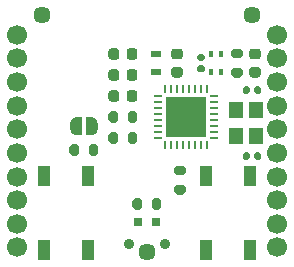
<source format=gbr>
%TF.GenerationSoftware,KiCad,Pcbnew,(5.1.7)-1*%
%TF.CreationDate,2020-10-27T00:37:30-04:00*%
%TF.ProjectId,esp8285bee,65737038-3238-4356-9265-652e6b696361,rev?*%
%TF.SameCoordinates,Original*%
%TF.FileFunction,Soldermask,Top*%
%TF.FilePolarity,Negative*%
%FSLAX46Y46*%
G04 Gerber Fmt 4.6, Leading zero omitted, Abs format (unit mm)*
G04 Created by KiCad (PCBNEW (5.1.7)-1) date 2020-10-27 00:37:30*
%MOMM*%
%LPD*%
G01*
G04 APERTURE LIST*
%ADD10R,0.800000X0.800000*%
%ADD11C,0.100000*%
%ADD12R,0.900000X0.500000*%
%ADD13R,0.400000X0.600000*%
%ADD14C,1.700000*%
%ADD15R,1.000000X1.700000*%
%ADD16C,0.900000*%
%ADD17R,0.250000X0.700000*%
%ADD18R,0.700000X0.250000*%
%ADD19R,1.725000X1.725000*%
%ADD20R,1.200000X1.400000*%
%ADD21C,1.448000*%
G04 APERTURE END LIST*
%TO.C,C1*%
G36*
G01*
X110994000Y-70821000D02*
X110494000Y-70821000D01*
G75*
G02*
X110269000Y-70596000I0J225000D01*
G01*
X110269000Y-70146000D01*
G75*
G02*
X110494000Y-69921000I225000J0D01*
G01*
X110994000Y-69921000D01*
G75*
G02*
X111219000Y-70146000I0J-225000D01*
G01*
X111219000Y-70596000D01*
G75*
G02*
X110994000Y-70821000I-225000J0D01*
G01*
G37*
G36*
G01*
X110994000Y-69271000D02*
X110494000Y-69271000D01*
G75*
G02*
X110269000Y-69046000I0J225000D01*
G01*
X110269000Y-68596000D01*
G75*
G02*
X110494000Y-68371000I225000J0D01*
G01*
X110994000Y-68371000D01*
G75*
G02*
X111219000Y-68596000I0J-225000D01*
G01*
X111219000Y-69046000D01*
G75*
G02*
X110994000Y-69271000I-225000J0D01*
G01*
G37*
%TD*%
%TO.C,C2*%
G36*
G01*
X99243000Y-72140000D02*
X99243000Y-72640000D01*
G75*
G02*
X99018000Y-72865000I-225000J0D01*
G01*
X98568000Y-72865000D01*
G75*
G02*
X98343000Y-72640000I0J225000D01*
G01*
X98343000Y-72140000D01*
G75*
G02*
X98568000Y-71915000I225000J0D01*
G01*
X99018000Y-71915000D01*
G75*
G02*
X99243000Y-72140000I0J-225000D01*
G01*
G37*
G36*
G01*
X100793000Y-72140000D02*
X100793000Y-72640000D01*
G75*
G02*
X100568000Y-72865000I-225000J0D01*
G01*
X100118000Y-72865000D01*
G75*
G02*
X99893000Y-72640000I0J225000D01*
G01*
X99893000Y-72140000D01*
G75*
G02*
X100118000Y-71915000I225000J0D01*
G01*
X100568000Y-71915000D01*
G75*
G02*
X100793000Y-72140000I0J-225000D01*
G01*
G37*
%TD*%
%TO.C,C3*%
G36*
G01*
X99243000Y-68584000D02*
X99243000Y-69084000D01*
G75*
G02*
X99018000Y-69309000I-225000J0D01*
G01*
X98568000Y-69309000D01*
G75*
G02*
X98343000Y-69084000I0J225000D01*
G01*
X98343000Y-68584000D01*
G75*
G02*
X98568000Y-68359000I225000J0D01*
G01*
X99018000Y-68359000D01*
G75*
G02*
X99243000Y-68584000I0J-225000D01*
G01*
G37*
G36*
G01*
X100793000Y-68584000D02*
X100793000Y-69084000D01*
G75*
G02*
X100568000Y-69309000I-225000J0D01*
G01*
X100118000Y-69309000D01*
G75*
G02*
X99893000Y-69084000I0J225000D01*
G01*
X99893000Y-68584000D01*
G75*
G02*
X100118000Y-68359000I225000J0D01*
G01*
X100568000Y-68359000D01*
G75*
G02*
X100793000Y-68584000I0J-225000D01*
G01*
G37*
%TD*%
%TO.C,C4*%
G36*
G01*
X100793000Y-70362000D02*
X100793000Y-70862000D01*
G75*
G02*
X100568000Y-71087000I-225000J0D01*
G01*
X100118000Y-71087000D01*
G75*
G02*
X99893000Y-70862000I0J225000D01*
G01*
X99893000Y-70362000D01*
G75*
G02*
X100118000Y-70137000I225000J0D01*
G01*
X100568000Y-70137000D01*
G75*
G02*
X100793000Y-70362000I0J-225000D01*
G01*
G37*
G36*
G01*
X99243000Y-70362000D02*
X99243000Y-70862000D01*
G75*
G02*
X99018000Y-71087000I-225000J0D01*
G01*
X98568000Y-71087000D01*
G75*
G02*
X98343000Y-70862000I0J225000D01*
G01*
X98343000Y-70362000D01*
G75*
G02*
X98568000Y-70137000I225000J0D01*
G01*
X99018000Y-70137000D01*
G75*
G02*
X99243000Y-70362000I0J-225000D01*
G01*
G37*
%TD*%
%TO.C,C5*%
G36*
G01*
X104390000Y-70821000D02*
X103890000Y-70821000D01*
G75*
G02*
X103665000Y-70596000I0J225000D01*
G01*
X103665000Y-70146000D01*
G75*
G02*
X103890000Y-69921000I225000J0D01*
G01*
X104390000Y-69921000D01*
G75*
G02*
X104615000Y-70146000I0J-225000D01*
G01*
X104615000Y-70596000D01*
G75*
G02*
X104390000Y-70821000I-225000J0D01*
G01*
G37*
G36*
G01*
X104390000Y-69271000D02*
X103890000Y-69271000D01*
G75*
G02*
X103665000Y-69046000I0J225000D01*
G01*
X103665000Y-68596000D01*
G75*
G02*
X103890000Y-68371000I225000J0D01*
G01*
X104390000Y-68371000D01*
G75*
G02*
X104615000Y-68596000I0J-225000D01*
G01*
X104615000Y-69046000D01*
G75*
G02*
X104390000Y-69271000I-225000J0D01*
G01*
G37*
%TD*%
%TO.C,C8*%
G36*
G01*
X106342000Y-70356000D02*
X106002000Y-70356000D01*
G75*
G02*
X105862000Y-70216000I0J140000D01*
G01*
X105862000Y-69936000D01*
G75*
G02*
X106002000Y-69796000I140000J0D01*
G01*
X106342000Y-69796000D01*
G75*
G02*
X106482000Y-69936000I0J-140000D01*
G01*
X106482000Y-70216000D01*
G75*
G02*
X106342000Y-70356000I-140000J0D01*
G01*
G37*
G36*
G01*
X106342000Y-69396000D02*
X106002000Y-69396000D01*
G75*
G02*
X105862000Y-69256000I0J140000D01*
G01*
X105862000Y-68976000D01*
G75*
G02*
X106002000Y-68836000I140000J0D01*
G01*
X106342000Y-68836000D01*
G75*
G02*
X106482000Y-68976000I0J-140000D01*
G01*
X106482000Y-69256000D01*
G75*
G02*
X106342000Y-69396000I-140000J0D01*
G01*
G37*
%TD*%
D10*
%TO.C,D1*%
X102400000Y-83058000D03*
X100800000Y-83058000D03*
%TD*%
D11*
%TO.C,JP3*%
G36*
X96916000Y-74180602D02*
G01*
X96940534Y-74180602D01*
X96989365Y-74185412D01*
X97037490Y-74194984D01*
X97084445Y-74209228D01*
X97129778Y-74228005D01*
X97173051Y-74251136D01*
X97213850Y-74278396D01*
X97251779Y-74309524D01*
X97286476Y-74344221D01*
X97317604Y-74382150D01*
X97344864Y-74422949D01*
X97367995Y-74466222D01*
X97386772Y-74511555D01*
X97401016Y-74558510D01*
X97410588Y-74606635D01*
X97415398Y-74655466D01*
X97415398Y-74680000D01*
X97416000Y-74680000D01*
X97416000Y-75180000D01*
X97415398Y-75180000D01*
X97415398Y-75204534D01*
X97410588Y-75253365D01*
X97401016Y-75301490D01*
X97386772Y-75348445D01*
X97367995Y-75393778D01*
X97344864Y-75437051D01*
X97317604Y-75477850D01*
X97286476Y-75515779D01*
X97251779Y-75550476D01*
X97213850Y-75581604D01*
X97173051Y-75608864D01*
X97129778Y-75631995D01*
X97084445Y-75650772D01*
X97037490Y-75665016D01*
X96989365Y-75674588D01*
X96940534Y-75679398D01*
X96916000Y-75679398D01*
X96916000Y-75680000D01*
X96416000Y-75680000D01*
X96416000Y-74180000D01*
X96916000Y-74180000D01*
X96916000Y-74180602D01*
G37*
G36*
X96116000Y-75680000D02*
G01*
X95616000Y-75680000D01*
X95616000Y-75679398D01*
X95591466Y-75679398D01*
X95542635Y-75674588D01*
X95494510Y-75665016D01*
X95447555Y-75650772D01*
X95402222Y-75631995D01*
X95358949Y-75608864D01*
X95318150Y-75581604D01*
X95280221Y-75550476D01*
X95245524Y-75515779D01*
X95214396Y-75477850D01*
X95187136Y-75437051D01*
X95164005Y-75393778D01*
X95145228Y-75348445D01*
X95130984Y-75301490D01*
X95121412Y-75253365D01*
X95116602Y-75204534D01*
X95116602Y-75180000D01*
X95116000Y-75180000D01*
X95116000Y-74680000D01*
X95116602Y-74680000D01*
X95116602Y-74655466D01*
X95121412Y-74606635D01*
X95130984Y-74558510D01*
X95145228Y-74511555D01*
X95164005Y-74466222D01*
X95187136Y-74422949D01*
X95214396Y-74382150D01*
X95245524Y-74344221D01*
X95280221Y-74309524D01*
X95318150Y-74278396D01*
X95358949Y-74251136D01*
X95402222Y-74228005D01*
X95447555Y-74209228D01*
X95494510Y-74194984D01*
X95542635Y-74185412D01*
X95591466Y-74180602D01*
X95616000Y-74180602D01*
X95616000Y-74180000D01*
X96116000Y-74180000D01*
X96116000Y-75680000D01*
G37*
%TD*%
D12*
%TO.C,L1*%
X102362000Y-70346000D03*
X102362000Y-68846000D03*
%TD*%
D13*
%TO.C,L2*%
X107892000Y-70358000D03*
X106992000Y-70358000D03*
%TD*%
%TO.C,L3*%
X106992000Y-68834000D03*
X107892000Y-68834000D03*
%TD*%
D14*
%TO.C,MOD1*%
X90600000Y-67200000D03*
X90600000Y-69200000D03*
X90600000Y-71200000D03*
X90600000Y-73200000D03*
X90600000Y-75200000D03*
X90600000Y-77200000D03*
X90600000Y-79200000D03*
X90600000Y-81200000D03*
X90600000Y-83200000D03*
X90600000Y-85200000D03*
X112600000Y-85200000D03*
X112600000Y-83200000D03*
X112600000Y-81200000D03*
X112600000Y-79200000D03*
X112600000Y-77200000D03*
X112600000Y-75200000D03*
X112600000Y-73200000D03*
X112600000Y-71200000D03*
X112600000Y-69200000D03*
X112600000Y-67200000D03*
%TD*%
%TO.C,R1*%
G36*
G01*
X95841000Y-76687000D02*
X95841000Y-77237000D01*
G75*
G02*
X95641000Y-77437000I-200000J0D01*
G01*
X95241000Y-77437000D01*
G75*
G02*
X95041000Y-77237000I0J200000D01*
G01*
X95041000Y-76687000D01*
G75*
G02*
X95241000Y-76487000I200000J0D01*
G01*
X95641000Y-76487000D01*
G75*
G02*
X95841000Y-76687000I0J-200000D01*
G01*
G37*
G36*
G01*
X97491000Y-76687000D02*
X97491000Y-77237000D01*
G75*
G02*
X97291000Y-77437000I-200000J0D01*
G01*
X96891000Y-77437000D01*
G75*
G02*
X96691000Y-77237000I0J200000D01*
G01*
X96691000Y-76687000D01*
G75*
G02*
X96891000Y-76487000I200000J0D01*
G01*
X97291000Y-76487000D01*
G75*
G02*
X97491000Y-76687000I0J-200000D01*
G01*
G37*
%TD*%
%TO.C,R2*%
G36*
G01*
X109495000Y-70821000D02*
X108945000Y-70821000D01*
G75*
G02*
X108745000Y-70621000I0J200000D01*
G01*
X108745000Y-70221000D01*
G75*
G02*
X108945000Y-70021000I200000J0D01*
G01*
X109495000Y-70021000D01*
G75*
G02*
X109695000Y-70221000I0J-200000D01*
G01*
X109695000Y-70621000D01*
G75*
G02*
X109495000Y-70821000I-200000J0D01*
G01*
G37*
G36*
G01*
X109495000Y-69171000D02*
X108945000Y-69171000D01*
G75*
G02*
X108745000Y-68971000I0J200000D01*
G01*
X108745000Y-68571000D01*
G75*
G02*
X108945000Y-68371000I200000J0D01*
G01*
X109495000Y-68371000D01*
G75*
G02*
X109695000Y-68571000I0J-200000D01*
G01*
X109695000Y-68971000D01*
G75*
G02*
X109495000Y-69171000I-200000J0D01*
G01*
G37*
%TD*%
%TO.C,R3*%
G36*
G01*
X104119000Y-78277000D02*
X104669000Y-78277000D01*
G75*
G02*
X104869000Y-78477000I0J-200000D01*
G01*
X104869000Y-78877000D01*
G75*
G02*
X104669000Y-79077000I-200000J0D01*
G01*
X104119000Y-79077000D01*
G75*
G02*
X103919000Y-78877000I0J200000D01*
G01*
X103919000Y-78477000D01*
G75*
G02*
X104119000Y-78277000I200000J0D01*
G01*
G37*
G36*
G01*
X104119000Y-79927000D02*
X104669000Y-79927000D01*
G75*
G02*
X104869000Y-80127000I0J-200000D01*
G01*
X104869000Y-80527000D01*
G75*
G02*
X104669000Y-80727000I-200000J0D01*
G01*
X104119000Y-80727000D01*
G75*
G02*
X103919000Y-80527000I0J200000D01*
G01*
X103919000Y-80127000D01*
G75*
G02*
X104119000Y-79927000I200000J0D01*
G01*
G37*
%TD*%
%TO.C,R4*%
G36*
G01*
X99993000Y-74443000D02*
X99993000Y-73893000D01*
G75*
G02*
X100193000Y-73693000I200000J0D01*
G01*
X100593000Y-73693000D01*
G75*
G02*
X100793000Y-73893000I0J-200000D01*
G01*
X100793000Y-74443000D01*
G75*
G02*
X100593000Y-74643000I-200000J0D01*
G01*
X100193000Y-74643000D01*
G75*
G02*
X99993000Y-74443000I0J200000D01*
G01*
G37*
G36*
G01*
X98343000Y-74443000D02*
X98343000Y-73893000D01*
G75*
G02*
X98543000Y-73693000I200000J0D01*
G01*
X98943000Y-73693000D01*
G75*
G02*
X99143000Y-73893000I0J-200000D01*
G01*
X99143000Y-74443000D01*
G75*
G02*
X98943000Y-74643000I-200000J0D01*
G01*
X98543000Y-74643000D01*
G75*
G02*
X98343000Y-74443000I0J200000D01*
G01*
G37*
%TD*%
%TO.C,R6*%
G36*
G01*
X102025000Y-81809000D02*
X102025000Y-81259000D01*
G75*
G02*
X102225000Y-81059000I200000J0D01*
G01*
X102625000Y-81059000D01*
G75*
G02*
X102825000Y-81259000I0J-200000D01*
G01*
X102825000Y-81809000D01*
G75*
G02*
X102625000Y-82009000I-200000J0D01*
G01*
X102225000Y-82009000D01*
G75*
G02*
X102025000Y-81809000I0J200000D01*
G01*
G37*
G36*
G01*
X100375000Y-81809000D02*
X100375000Y-81259000D01*
G75*
G02*
X100575000Y-81059000I200000J0D01*
G01*
X100975000Y-81059000D01*
G75*
G02*
X101175000Y-81259000I0J-200000D01*
G01*
X101175000Y-81809000D01*
G75*
G02*
X100975000Y-82009000I-200000J0D01*
G01*
X100575000Y-82009000D01*
G75*
G02*
X100375000Y-81809000I0J200000D01*
G01*
G37*
%TD*%
%TO.C,R7*%
G36*
G01*
X100793000Y-75671000D02*
X100793000Y-76221000D01*
G75*
G02*
X100593000Y-76421000I-200000J0D01*
G01*
X100193000Y-76421000D01*
G75*
G02*
X99993000Y-76221000I0J200000D01*
G01*
X99993000Y-75671000D01*
G75*
G02*
X100193000Y-75471000I200000J0D01*
G01*
X100593000Y-75471000D01*
G75*
G02*
X100793000Y-75671000I0J-200000D01*
G01*
G37*
G36*
G01*
X99143000Y-75671000D02*
X99143000Y-76221000D01*
G75*
G02*
X98943000Y-76421000I-200000J0D01*
G01*
X98543000Y-76421000D01*
G75*
G02*
X98343000Y-76221000I0J200000D01*
G01*
X98343000Y-75671000D01*
G75*
G02*
X98543000Y-75471000I200000J0D01*
G01*
X98943000Y-75471000D01*
G75*
G02*
X99143000Y-75671000I0J-200000D01*
G01*
G37*
%TD*%
D15*
%TO.C,SW1*%
X92842000Y-85446000D03*
X92842000Y-79146000D03*
X96642000Y-85446000D03*
X96642000Y-79146000D03*
%TD*%
%TO.C,SW2*%
X110358000Y-79146000D03*
X110358000Y-85446000D03*
X106558000Y-79146000D03*
X106558000Y-85446000D03*
%TD*%
D16*
%TO.C,SW3*%
X103100000Y-84912000D03*
X100100000Y-84912000D03*
%TD*%
D17*
%TO.C,U1*%
X106652000Y-71768000D03*
X106152000Y-71768000D03*
X105652000Y-71768000D03*
X105152000Y-71768000D03*
X104652000Y-71768000D03*
X104152000Y-71768000D03*
X103652000Y-71768000D03*
X103152000Y-71768000D03*
D18*
X102502000Y-72418000D03*
X102502000Y-72918000D03*
X102502000Y-73418000D03*
X102502000Y-73918000D03*
X102502000Y-74418000D03*
X102502000Y-74918000D03*
X102502000Y-75418000D03*
X102502000Y-75918000D03*
D17*
X103152000Y-76568000D03*
X103652000Y-76568000D03*
X104152000Y-76568000D03*
X104652000Y-76568000D03*
X105152000Y-76568000D03*
X105652000Y-76568000D03*
X106152000Y-76568000D03*
X106652000Y-76568000D03*
D18*
X107302000Y-75918000D03*
X107302000Y-75418000D03*
X107302000Y-74918000D03*
X107302000Y-74418000D03*
X107302000Y-73918000D03*
X107302000Y-73418000D03*
X107302000Y-72918000D03*
X107302000Y-72418000D03*
D19*
X104039500Y-75030500D03*
X105764500Y-75030500D03*
X104039500Y-73305500D03*
X105764500Y-73305500D03*
%TD*%
D20*
%TO.C,Y1*%
X109132000Y-73576000D03*
X109132000Y-75776000D03*
X110832000Y-75776000D03*
X110832000Y-73576000D03*
%TD*%
%TO.C,C6*%
G36*
G01*
X109730000Y-72052000D02*
X109730000Y-71712000D01*
G75*
G02*
X109870000Y-71572000I140000J0D01*
G01*
X110150000Y-71572000D01*
G75*
G02*
X110290000Y-71712000I0J-140000D01*
G01*
X110290000Y-72052000D01*
G75*
G02*
X110150000Y-72192000I-140000J0D01*
G01*
X109870000Y-72192000D01*
G75*
G02*
X109730000Y-72052000I0J140000D01*
G01*
G37*
G36*
G01*
X110690000Y-72052000D02*
X110690000Y-71712000D01*
G75*
G02*
X110830000Y-71572000I140000J0D01*
G01*
X111110000Y-71572000D01*
G75*
G02*
X111250000Y-71712000I0J-140000D01*
G01*
X111250000Y-72052000D01*
G75*
G02*
X111110000Y-72192000I-140000J0D01*
G01*
X110830000Y-72192000D01*
G75*
G02*
X110690000Y-72052000I0J140000D01*
G01*
G37*
%TD*%
%TO.C,C7*%
G36*
G01*
X110290000Y-77300000D02*
X110290000Y-77640000D01*
G75*
G02*
X110150000Y-77780000I-140000J0D01*
G01*
X109870000Y-77780000D01*
G75*
G02*
X109730000Y-77640000I0J140000D01*
G01*
X109730000Y-77300000D01*
G75*
G02*
X109870000Y-77160000I140000J0D01*
G01*
X110150000Y-77160000D01*
G75*
G02*
X110290000Y-77300000I0J-140000D01*
G01*
G37*
G36*
G01*
X111250000Y-77300000D02*
X111250000Y-77640000D01*
G75*
G02*
X111110000Y-77780000I-140000J0D01*
G01*
X110830000Y-77780000D01*
G75*
G02*
X110690000Y-77640000I0J140000D01*
G01*
X110690000Y-77300000D01*
G75*
G02*
X110830000Y-77160000I140000J0D01*
G01*
X111110000Y-77160000D01*
G75*
G02*
X111250000Y-77300000I0J-140000D01*
G01*
G37*
%TD*%
D21*
%TO.C,H1*%
X92710000Y-65532000D03*
%TD*%
%TO.C,H2*%
X110490000Y-65532000D03*
%TD*%
%TO.C,H3*%
X101600000Y-85598000D03*
%TD*%
M02*

</source>
